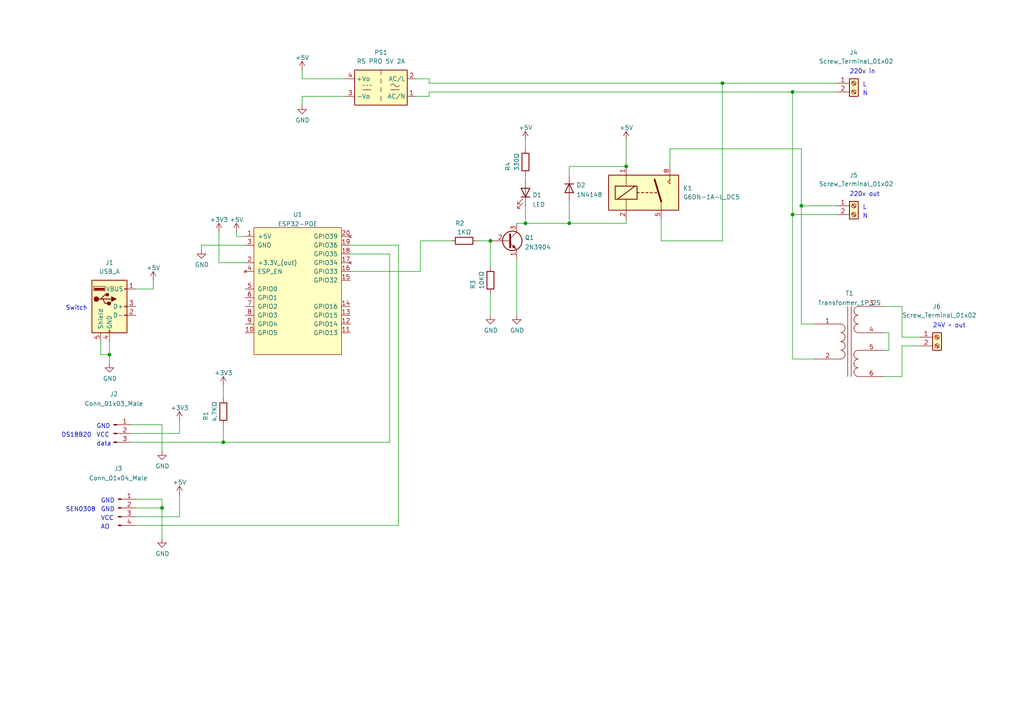
<source format=kicad_sch>
(kicad_sch (version 20211123) (generator eeschema)
  (paper "A4")
  (lib_symbols
    (symbol "Connector:Conn_01x03_Male" (pin_names (offset 1.016) hide)
      (property "Reference" "J" (at 0 5.08 0))
      (property "Value" "Conn_01x03_Male" (at 0 -5.08 0))
      (symbol "Conn_01x03_Male_1_1"
        (polyline (pts (xy 1.27 -2.54) (xy 0.8636 -2.54)) (stroke (width 0.1524)))
        (polyline (pts (xy 1.27 0) (xy 0.8636 0)) (stroke (width 0.1524)))
        (polyline (pts (xy 1.27 2.54) (xy 0.8636 2.54)) (stroke (width 0.1524)))
        (rectangle (start 0.8636 -2.413) (end 0 -2.667) (stroke (width 0.1524)) (fill (type outline)))
        (rectangle (start 0.8636 0.127) (end 0 -0.127) (stroke (width 0.1524)) (fill (type outline)))
        (rectangle (start 0.8636 2.667) (end 0 2.413) (stroke (width 0.1524)) (fill (type outline)))
        (pin passive line (at 5.08 2.54 180) (length 3.81) (name "Pin_1") (number "1"))
        (pin passive line (at 5.08 0 180) (length 3.81) (name "Pin_2") (number "2"))
        (pin passive line (at 5.08 -2.54 180) (length 3.81) (name "Pin_3") (number "3"))
      )
    )
    (symbol "Connector:Conn_01x04_Male" (pin_names (offset 1.016) hide)
      (property "Reference" "J" (at 0 5.08 0))
      (property "Value" "Conn_01x04_Male" (at 0 -7.62 0))
      (symbol "Conn_01x04_Male_1_1"
        (polyline (pts (xy 1.27 -5.08) (xy 0.8636 -5.08)) (stroke (width 0.1524)))
        (polyline (pts (xy 1.27 -2.54) (xy 0.8636 -2.54)) (stroke (width 0.1524)))
        (polyline (pts (xy 1.27 0) (xy 0.8636 0)) (stroke (width 0.1524)))
        (polyline (pts (xy 1.27 2.54) (xy 0.8636 2.54)) (stroke (width 0.1524)))
        (rectangle (start 0.8636 -4.953) (end 0 -5.207) (stroke (width 0.1524)) (fill (type outline)))
        (rectangle (start 0.8636 -2.413) (end 0 -2.667) (stroke (width 0.1524)) (fill (type outline)))
        (rectangle (start 0.8636 0.127) (end 0 -0.127) (stroke (width 0.1524)) (fill (type outline)))
        (rectangle (start 0.8636 2.667) (end 0 2.413) (stroke (width 0.1524)) (fill (type outline)))
        (pin passive line (at 5.08 2.54 180) (length 3.81) (name "Pin_1") (number "1"))
        (pin passive line (at 5.08 0 180) (length 3.81) (name "Pin_2") (number "2"))
        (pin passive line (at 5.08 -2.54 180) (length 3.81) (name "Pin_3") (number "3"))
        (pin passive line (at 5.08 -5.08 180) (length 3.81) (name "Pin_4") (number "4"))
      )
    )
    (symbol "Connector:Screw_Terminal_01x02" (pin_names (offset 1.016) hide)
      (property "Reference" "J" (at 0 2.54 0))
      (property "Value" "Screw_Terminal_01x02" (at 0 -5.08 0))
      (symbol "Screw_Terminal_01x02_1_1"
        (rectangle (start -1.27 1.27) (end 1.27 -3.81) (stroke (width 0.254)) (fill (type background)))
        (circle (center 0 -2.54) (radius 0.635) (stroke (width 0.1524)))
        (polyline (pts (xy -0.5334 -2.2098) (xy 0.3302 -3.048)) (stroke (width 0.1524)))
        (polyline (pts (xy -0.5334 0.3302) (xy 0.3302 -0.508)) (stroke (width 0.1524)))
        (polyline (pts (xy -0.3556 -2.032) (xy 0.508 -2.8702)) (stroke (width 0.1524)))
        (polyline (pts (xy -0.3556 0.508) (xy 0.508 -0.3302)) (stroke (width 0.1524)))
        (circle (center 0 0) (radius 0.635) (stroke (width 0.1524)))
        (pin passive line (at -5.08 0 0) (length 3.81) (name "Pin_1") (number "1"))
        (pin passive line (at -5.08 -2.54 0) (length 3.81) (name "Pin_2") (number "2"))
      )
    )
    (symbol "Connector:USB_A" (pin_names (offset 1.016))
      (property "Reference" "J" (at -5.08 11.43 0))
      (property "Value" "USB_A" (at -5.08 8.89 0))
      (symbol "USB_A_0_1"
        (rectangle (start -5.08 -7.62) (end 5.08 7.62) (stroke (width 0.254)) (fill (type background)))
        (circle (center -3.81 2.159) (radius 0.635) (stroke (width 0.254)) (fill (type outline)))
        (rectangle (start -1.524 4.826) (end -4.318 5.334) (fill (type outline)))
        (rectangle (start -1.27 4.572) (end -4.572 5.842))
        (circle (center -0.635 3.429) (radius 0.381) (stroke (width 0.254)) (fill (type outline)))
        (rectangle (start -0.127 -7.62) (end 0.127 -6.858))
        (polyline (pts (xy -3.175 2.159) (xy -2.54 2.159) (xy -1.27 3.429) (xy -0.635 3.429)) (stroke (width 0.254)))
        (polyline (pts (xy -2.54 2.159) (xy -1.905 2.159) (xy -1.27 0.889) (xy 0 0.889)) (stroke (width 0.254)))
        (polyline (pts (xy 0.635 2.794) (xy 0.635 1.524) (xy 1.905 2.159) (xy 0.635 2.794)) (stroke (width 0.254)) (fill (type outline)))
        (rectangle (start 0.254 1.27) (end -0.508 0.508) (stroke (width 0.254)) (fill (type outline)))
        (rectangle (start 5.08 -2.667) (end 4.318 -2.413))
        (rectangle (start 5.08 -0.127) (end 4.318 0.127))
        (rectangle (start 5.08 4.953) (end 4.318 5.207))
      )
      (symbol "USB_A_1_1"
        (polyline (pts (xy -1.905 2.159) (xy 0.635 2.159)) (stroke (width 0.254)))
        (pin power_in line (at 7.62 5.08 180) (length 2.54) (name "VBUS") (number "1"))
        (pin bidirectional line (at 7.62 -2.54 180) (length 2.54) (name "D-") (number "2"))
        (pin bidirectional line (at 7.62 0 180) (length 2.54) (name "D+") (number "3"))
        (pin power_in line (at 0 -10.16 90) (length 2.54) (name "GND") (number "4"))
        (pin passive line (at -2.54 -10.16 90) (length 2.54) (name "Shield") (number "5"))
      )
    )
    (symbol "Converter_ACDC:IRM-10-5"
      (property "Reference" "PS" (at 0 6.35 0))
      (property "Value" "IRM-10-5" (at 0 -6.35 0))
      (symbol "IRM-10-5_0_1"
        (rectangle (start -7.62 5.08) (end 7.62 -5.08) (stroke (width 0.254)) (fill (type background)))
        (arc (start -5.334 0.635) (mid -4.699 0.2495) (end -4.064 0.635))
        (arc (start -2.794 0.635) (mid -3.429 1.0072) (end -4.064 0.635))
        (polyline (pts (xy -5.334 -0.635) (xy -2.794 -0.635)))
        (polyline (pts (xy 0 -2.54) (xy 0 -3.81)))
        (polyline (pts (xy 0 0) (xy 0 -1.27)))
        (polyline (pts (xy 0 2.54) (xy 0 1.27)))
        (polyline (pts (xy 0 5.08) (xy 0 3.81)))
        (polyline (pts (xy 2.794 -0.635) (xy 5.334 -0.635)))
        (polyline (pts (xy 2.794 0.635) (xy 3.302 0.635)))
        (polyline (pts (xy 3.81 0.635) (xy 4.318 0.635)))
        (polyline (pts (xy 4.826 0.635) (xy 5.334 0.635)))
      )
      (symbol "IRM-10-5_1_1"
        (pin power_in line (at -10.16 -2.54 0) (length 2.54) (name "AC/N") (number "1"))
        (pin power_in line (at -10.16 2.54 0) (length 2.54) (name "AC/L") (number "2"))
        (pin power_out line (at 10.16 -2.54 180) (length 2.54) (name "-Vo") (number "3"))
        (pin power_out line (at 10.16 2.54 180) (length 2.54) (name "+Vo") (number "4"))
      )
    )
    (symbol "Device:LED" (pin_numbers hide) (pin_names (offset 1.016) hide)
      (property "Reference" "D" (at 0 2.54 0))
      (property "Value" "LED" (at 0 -2.54 0))
      (symbol "LED_0_1"
        (polyline (pts (xy -1.27 -1.27) (xy -1.27 1.27)) (stroke (width 0.254)))
        (polyline (pts (xy -1.27 0) (xy 1.27 0)))
        (polyline (pts (xy 1.27 -1.27) (xy 1.27 1.27) (xy -1.27 0) (xy 1.27 -1.27)) (stroke (width 0.254)))
        (polyline (pts (xy -3.048 -0.762) (xy -4.572 -2.286) (xy -3.81 -2.286) (xy -4.572 -2.286) (xy -4.572 -1.524)))
        (polyline (pts (xy -1.778 -0.762) (xy -3.302 -2.286) (xy -2.54 -2.286) (xy -3.302 -2.286) (xy -3.302 -1.524)))
      )
      (symbol "LED_1_1"
        (pin passive line (at -3.81 0 0) (length 2.54) (name "K") (number "1"))
        (pin passive line (at 3.81 0 180) (length 2.54) (name "A") (number "2"))
      )
    )
    (symbol "Device:R" (pin_numbers hide) (pin_names (offset 0))
      (property "Reference" "R" (at 2.032 0 90))
      (property "Value" "R" (at 0 0 90))
      (symbol "R_0_1"
        (rectangle (start -1.016 -2.54) (end 1.016 2.54) (stroke (width 0.254)))
      )
      (symbol "R_1_1"
        (pin passive line (at 0 3.81 270) (length 1.27) (name "~") (number "1"))
        (pin passive line (at 0 -3.81 90) (length 1.27) (name "~") (number "2"))
      )
    )
    (symbol "Device:Transformer_1P_2S" (pin_names (offset 1.016) hide)
      (property "Reference" "T" (at 0 12.7 0))
      (property "Value" "Transformer_1P_2S" (at 0 -12.7 0))
      (symbol "Transformer_1P_2S_0_1"
        (arc (start -2.54 -5.0546) (mid -1.6561 -4.6863) (end -1.27 -3.81))
        (arc (start -2.54 -2.5146) (mid -1.6561 -2.1463) (end -1.27 -1.27))
        (arc (start -2.54 0.0254) (mid -1.6561 0.3937) (end -1.27 1.27))
        (arc (start -2.54 2.5654) (mid -1.6561 2.9337) (end -1.27 3.81))
        (arc (start -1.27 -3.81) (mid -1.642 -2.912) (end -2.54 -2.54))
        (arc (start -1.27 -1.27) (mid -1.642 -0.372) (end -2.54 0))
        (arc (start -1.27 1.27) (mid -1.642 2.168) (end -2.54 2.54))
        (arc (start -1.27 3.81) (mid -1.642 4.708) (end -2.54 5.08))
        (polyline (pts (xy -0.508 -10.16) (xy -0.508 10.16)))
        (polyline (pts (xy 0.508 10.16) (xy 0.508 -10.16)))
        (arc (start 1.2954 -8.89) (mid 1.6599 -9.7701) (end 2.54 -10.1346))
        (arc (start 1.2954 -6.35) (mid 1.6599 -7.2301) (end 2.54 -7.5946))
        (arc (start 1.2954 -3.81) (mid 1.6599 -4.6901) (end 2.54 -5.0546))
        (arc (start 1.2954 3.81) (mid 1.6599 2.9299) (end 2.54 2.5654))
        (arc (start 1.2954 6.35) (mid 1.6599 5.4699) (end 2.54 5.1054))
        (arc (start 1.2954 8.89) (mid 1.6599 8.0099) (end 2.54 7.6454))
        (arc (start 2.54 -7.62) (mid 1.6456 -7.9883) (end 1.2954 -8.89))
        (arc (start 2.54 -5.08) (mid 1.6456 -5.4483) (end 1.2954 -6.35))
        (arc (start 2.54 -2.54) (mid 1.6456 -2.9083) (end 1.2954 -3.81))
        (arc (start 2.54 5.08) (mid 1.6456 4.7117) (end 1.2954 3.81))
        (arc (start 2.54 7.62) (mid 1.6456 7.2517) (end 1.2954 6.35))
        (arc (start 2.54 10.16) (mid 1.6456 9.7917) (end 1.2954 8.89))
      )
      (symbol "Transformer_1P_2S_1_1"
        (pin passive line (at -10.16 5.08 0) (length 7.62) (name "AA") (number "1"))
        (pin passive line (at -10.16 -5.08 0) (length 7.62) (name "AB") (number "2"))
        (pin passive line (at 10.16 10.16 180) (length 7.62) (name "SA") (number "3"))
        (pin passive line (at 10.16 2.54 180) (length 7.62) (name "SB") (number "4"))
        (pin passive line (at 10.16 -2.54 180) (length 7.62) (name "SC") (number "5"))
        (pin passive line (at 10.16 -10.16 180) (length 7.62) (name "SD") (number "6"))
      )
    )
    (symbol "Diode:1N4148" (pin_numbers hide) (pin_names (offset 1.016) hide)
      (property "Reference" "D" (at 0 2.54 0))
      (property "Value" "1N4148" (at 0 -2.54 0))
      (symbol "1N4148_0_1"
        (polyline (pts (xy -1.27 1.27) (xy -1.27 -1.27)) (stroke (width 0.254)))
        (polyline (pts (xy 1.27 0) (xy -1.27 0)))
        (polyline (pts (xy 1.27 1.27) (xy 1.27 -1.27) (xy -1.27 0) (xy 1.27 1.27)) (stroke (width 0.254)))
      )
      (symbol "1N4148_1_1"
        (pin passive line (at -3.81 0 0) (length 2.54) (name "K") (number "1"))
        (pin passive line (at 3.81 0 180) (length 2.54) (name "A") (number "2"))
      )
    )
    (symbol "Transistor_BJT:2N3904" (pin_names (offset 0) hide)
      (property "Reference" "Q" (at 5.08 1.905 0))
      (property "Value" "2N3904" (at 5.08 0 0))
      (symbol "2N3904_0_1"
        (polyline (pts (xy 0.635 0.635) (xy 2.54 2.54)))
        (polyline (pts (xy 0.635 -0.635) (xy 2.54 -2.54) (xy 2.54 -2.54)))
        (polyline (pts (xy 0.635 1.905) (xy 0.635 -1.905) (xy 0.635 -1.905)) (stroke (width 0.508)))
        (polyline (pts (xy 1.27 -1.778) (xy 1.778 -1.27) (xy 2.286 -2.286) (xy 1.27 -1.778) (xy 1.27 -1.778)) (fill (type outline)))
        (circle (center 1.27 0) (radius 2.8194) (stroke (width 0.254)))
      )
      (symbol "2N3904_1_1"
        (pin passive line (at 2.54 -5.08 90) (length 2.54) (name "E") (number "1"))
        (pin passive line (at -5.08 0 0) (length 5.715) (name "B") (number "2"))
        (pin passive line (at 2.54 5.08 270) (length 2.54) (name "C") (number "3"))
      )
    )
    (symbol "mylife-symbols:ESP32-POE-ISO" (pin_names (offset 1.016))
      (property "Reference" "U" (at 0 21.59 0))
      (property "Value" "ESP32-POE-ISO" (at 0 19.05 0))
      (symbol "ESP32-POE-ISO_0_1"
        (rectangle (start -12.7 17.78) (end 12.7 -19.05) (fill (type background)))
      )
      (symbol "ESP32-POE-ISO_1_1"
        (pin power_in line (at -15.24 15.24 0) (length 2.54) (name "+5V") (number "1"))
        (pin bidirectional line (at -15.24 -12.7 0) (length 2.54) (name "GPIO5") (number "10"))
        (pin bidirectional line (at 15.24 -12.7 180) (length 2.54) (name "GPIO13") (number "11"))
        (pin bidirectional line (at 15.24 -10.16 180) (length 2.54) (name "GPIO14") (number "12"))
        (pin bidirectional line (at 15.24 -7.62 180) (length 2.54) (name "GPIO15") (number "13"))
        (pin bidirectional line (at 15.24 -5.08 180) (length 2.54) (name "GPIO16") (number "14"))
        (pin bidirectional line (at 15.24 2.54 180) (length 2.54) (name "GPIO32") (number "15"))
        (pin bidirectional line (at 15.24 5.08 180) (length 2.54) (name "GPIO33") (number "16"))
        (pin no_connect line (at 15.24 7.62 180) (length 2.54) (name "GPIO34") (number "17"))
        (pin bidirectional line (at 15.24 10.16 180) (length 2.54) (name "GPIO35") (number "18"))
        (pin bidirectional line (at 15.24 12.7 180) (length 2.54) (name "GPIO36") (number "19"))
        (pin power_out line (at -15.24 7.62 0) (length 2.54) (name "+3.3V_(out)") (number "2"))
        (pin no_connect line (at 15.24 15.24 180) (length 2.54) (name "GPIO39") (number "20"))
        (pin power_in line (at -15.24 12.7 0) (length 2.54) (name "GND") (number "3"))
        (pin no_connect line (at -15.24 5.08 0) (length 2.54) (name "ESP_EN") (number "4"))
        (pin bidirectional line (at -15.24 0 0) (length 2.54) (name "GPIO0") (number "5"))
        (pin bidirectional line (at -15.24 -2.54 0) (length 2.54) (name "GPIO1") (number "6"))
        (pin bidirectional line (at -15.24 -5.08 0) (length 2.54) (name "GPIO2") (number "7"))
        (pin bidirectional line (at -15.24 -7.62 0) (length 2.54) (name "GPIO3") (number "8"))
        (pin bidirectional line (at -15.24 -10.16 0) (length 2.54) (name "GPIO4") (number "9"))
      )
    )
    (symbol "mylife-symbols:G6DN-1A-L_DC5"
      (property "Reference" "K" (at 11.43 3.81 0))
      (property "Value" "G6DN-1A-L_DC5" (at 11.43 1.27 0))
      (symbol "G6DN-1A-L_DC5_0_0"
        (polyline (pts (xy 7.62 5.08) (xy 7.62 2.54) (xy 6.985 3.175) (xy 7.62 3.81)))
      )
      (symbol "G6DN-1A-L_DC5_0_1"
        (rectangle (start -10.16 5.08) (end 10.16 -5.08) (stroke (width 0.254)) (fill (type background)))
        (rectangle (start -8.255 1.905) (end -1.905 -1.905) (stroke (width 0.254)))
        (polyline (pts (xy -7.62 -1.905) (xy -2.54 1.905)) (stroke (width 0.254)))
        (polyline (pts (xy -5.08 -5.08) (xy -5.08 -1.905)))
        (polyline (pts (xy -5.08 5.08) (xy -5.08 1.905)))
        (polyline (pts (xy -1.905 0) (xy -1.27 0)) (stroke (width 0.254)))
        (polyline (pts (xy -0.635 0) (xy 0 0)) (stroke (width 0.254)))
        (polyline (pts (xy 0.635 0) (xy 1.27 0)) (stroke (width 0.254)))
        (polyline (pts (xy 1.905 0) (xy 2.54 0)) (stroke (width 0.254)))
        (polyline (pts (xy 3.175 0) (xy 3.81 0)) (stroke (width 0.254)))
        (polyline (pts (xy 5.08 -2.54) (xy 3.175 3.81)) (stroke (width 0.508)))
        (polyline (pts (xy 5.08 -2.54) (xy 5.08 -5.08)))
      )
      (symbol "G6DN-1A-L_DC5_1_1"
        (pin passive line (at -5.08 7.62 270) (length 2.54) (name "~") (number "1"))
        (pin passive line (at -5.08 -7.62 90) (length 2.54) (name "~") (number "2"))
        (pin passive line (at 5.08 -7.62 90) (length 2.54) (name "~") (number "5"))
        (pin passive line (at 7.62 7.62 270) (length 2.54) (name "~") (number "8"))
      )
    )
    (symbol "power:+3.3V" (power) (pin_names (offset 0))
      (property "Value" "+3.3V" (at 0 3.556 0))
      (symbol "+3.3V_0_1"
        (polyline (pts (xy -0.762 1.27) (xy 0 2.54)))
        (polyline (pts (xy 0 0) (xy 0 2.54)))
        (polyline (pts (xy 0 2.54) (xy 0.762 1.27)))
      )
      (symbol "+3.3V_1_1"
        (pin power_in line (at 0 0 90) (length 0) hide (name "+3V3") (number "1"))
      )
    )
    (symbol "power:+5V" (power) (pin_names (offset 0))
      (property "Value" "+5V" (at 0 3.556 0))
      (symbol "+5V_0_1"
        (polyline (pts (xy -0.762 1.27) (xy 0 2.54)))
        (polyline (pts (xy 0 0) (xy 0 2.54)))
        (polyline (pts (xy 0 2.54) (xy 0.762 1.27)))
      )
      (symbol "+5V_1_1"
        (pin power_in line (at 0 0 90) (length 0) hide (name "+5V") (number "1"))
      )
    )
    (symbol "power:GND" (power) (pin_names (offset 0))
      (property "Value" "GND" (at 0 -3.81 0))
      (symbol "GND_0_1"
        (polyline (pts (xy 0 0) (xy 0 -1.27) (xy 1.27 -1.27) (xy 0 -2.54) (xy -1.27 -1.27) (xy 0 -1.27)))
      )
      (symbol "GND_1_1"
        (pin power_in line (at 0 0 270) (length 0) hide (name "GND") (number "1"))
      )
    )
  )
  (junction (at 64.77 128.27))
  (junction (at 46.99 147.32))
  (junction (at 209.55 24.13))
  (junction (at 181.61 48.26))
  (junction (at 152.4 64.77))
  (junction (at 229.87 26.67))
  (junction (at 232.41 59.69))
  (junction (at 229.87 62.23))
  (junction (at 142.24 69.85))
  (junction (at 165.1 64.77))
  (junction (at 31.75 102.87))
  (wire (pts (xy 236.22 93.98) (xy 232.41 93.98)))
  (wire (pts (xy 242.57 24.13) (xy 209.55 24.13)))
  (wire (pts (xy 64.77 123.19) (xy 64.77 128.27)))
  (wire (pts (xy 38.1 125.73) (xy 52.07 125.73)))
  (wire (pts (xy 142.24 85.09) (xy 142.24 91.44)))
  (wire (pts (xy 229.87 62.23) (xy 229.87 26.67)))
  (wire (pts (xy 113.03 128.27) (xy 64.77 128.27)))
  (wire (pts (xy 229.87 26.67) (xy 242.57 26.67)))
  (wire (pts (xy 39.37 83.82) (xy 44.45 83.82)))
  (wire (pts (xy 39.37 149.86) (xy 52.07 149.86)))
  (wire (pts (xy 194.31 43.18) (xy 194.31 48.26)))
  (wire (pts (xy 31.75 99.06) (xy 31.75 102.87)))
  (wire (pts (xy 124.46 27.94) (xy 124.46 26.67)))
  (wire (pts (xy 63.5 76.2) (xy 71.12 76.2)))
  (wire (pts (xy 58.42 71.12) (xy 58.42 72.39)))
  (wire (pts (xy 87.63 27.94) (xy 87.63 30.48)))
  (wire (pts (xy 236.22 104.14) (xy 229.87 104.14)))
  (wire (pts (xy 39.37 152.4) (xy 115.57 152.4)))
  (wire (pts (xy 194.31 43.18) (xy 232.41 43.18)))
  (wire (pts (xy 191.77 69.85) (xy 191.77 63.5)))
  (wire (pts (xy 64.77 111.76) (xy 64.77 115.57)))
  (wire (pts (xy 152.4 64.77) (xy 149.86 64.77)))
  (wire (pts (xy 149.86 74.93) (xy 149.86 91.44)))
  (wire (pts (xy 46.99 123.19) (xy 46.99 130.81)))
  (wire (pts (xy 257.81 96.52) (xy 257.81 101.6)))
  (wire (pts (xy 31.75 102.87) (xy 31.75 105.41)))
  (wire (pts (xy 152.4 50.8) (xy 152.4 52.07)))
  (wire (pts (xy 52.07 143.51) (xy 52.07 149.86)))
  (wire (pts (xy 181.61 40.64) (xy 181.61 48.26)))
  (wire (pts (xy 165.1 58.42) (xy 165.1 64.77)))
  (wire (pts (xy 44.45 83.82) (xy 44.45 81.28)))
  (wire (pts (xy 165.1 48.26) (xy 181.61 48.26)))
  (wire (pts (xy 120.65 22.86) (xy 124.46 22.86)))
  (wire (pts (xy 256.54 109.22) (xy 261.62 109.22)))
  (wire (pts (xy 261.62 109.22) (xy 261.62 100.33)))
  (wire (pts (xy 115.57 152.4) (xy 115.57 71.12)))
  (wire (pts (xy 71.12 71.12) (xy 58.42 71.12)))
  (wire (pts (xy 257.81 101.6) (xy 256.54 101.6)))
  (wire (pts (xy 261.62 100.33) (xy 266.7 100.33)))
  (wire (pts (xy 38.1 123.19) (xy 46.99 123.19)))
  (wire (pts (xy 165.1 64.77) (xy 152.4 64.77)))
  (wire (pts (xy 64.77 128.27) (xy 38.1 128.27)))
  (wire (pts (xy 120.65 27.94) (xy 124.46 27.94)))
  (wire (pts (xy 101.6 73.66) (xy 113.03 73.66)))
  (wire (pts (xy 130.81 69.85) (xy 121.92 69.85)))
  (wire (pts (xy 232.41 93.98) (xy 232.41 59.69)))
  (wire (pts (xy 121.92 69.85) (xy 121.92 78.74)))
  (wire (pts (xy 39.37 147.32) (xy 46.99 147.32)))
  (wire (pts (xy 68.58 68.58) (xy 68.58 67.31)))
  (wire (pts (xy 209.55 24.13) (xy 209.55 69.85)))
  (wire (pts (xy 232.41 43.18) (xy 232.41 59.69)))
  (wire (pts (xy 261.62 97.79) (xy 266.7 97.79)))
  (wire (pts (xy 100.33 22.86) (xy 87.63 22.86)))
  (wire (pts (xy 63.5 67.31) (xy 63.5 76.2)))
  (wire (pts (xy 29.21 99.06) (xy 29.21 102.87)))
  (wire (pts (xy 181.61 63.5) (xy 181.61 64.77)))
  (wire (pts (xy 256.54 88.9) (xy 261.62 88.9)))
  (wire (pts (xy 256.54 96.52) (xy 257.81 96.52)))
  (wire (pts (xy 124.46 22.86) (xy 124.46 24.13)))
  (wire (pts (xy 39.37 144.78) (xy 46.99 144.78)))
  (wire (pts (xy 261.62 88.9) (xy 261.62 97.79)))
  (wire (pts (xy 232.41 59.69) (xy 242.57 59.69)))
  (wire (pts (xy 165.1 64.77) (xy 181.61 64.77)))
  (wire (pts (xy 115.57 71.12) (xy 101.6 71.12)))
  (wire (pts (xy 138.43 69.85) (xy 142.24 69.85)))
  (wire (pts (xy 113.03 73.66) (xy 113.03 128.27)))
  (wire (pts (xy 46.99 144.78) (xy 46.99 147.32)))
  (wire (pts (xy 124.46 26.67) (xy 229.87 26.67)))
  (wire (pts (xy 229.87 104.14) (xy 229.87 62.23)))
  (wire (pts (xy 165.1 50.8) (xy 165.1 48.26)))
  (wire (pts (xy 71.12 68.58) (xy 68.58 68.58)))
  (wire (pts (xy 52.07 121.92) (xy 52.07 125.73)))
  (wire (pts (xy 101.6 78.74) (xy 121.92 78.74)))
  (wire (pts (xy 152.4 59.69) (xy 152.4 64.77)))
  (wire (pts (xy 191.77 69.85) (xy 209.55 69.85)))
  (wire (pts (xy 142.24 69.85) (xy 142.24 77.47)))
  (wire (pts (xy 124.46 24.13) (xy 209.55 24.13)))
  (wire (pts (xy 152.4 40.64) (xy 152.4 43.18)))
  (wire (pts (xy 46.99 147.32) (xy 46.99 156.21)))
  (wire (pts (xy 87.63 22.86) (xy 87.63 20.32)))
  (wire (pts (xy 29.21 102.87) (xy 31.75 102.87)))
  (wire (pts (xy 242.57 62.23) (xy 229.87 62.23)))
  (wire (pts (xy 100.33 27.94) (xy 87.63 27.94)))
  (text "SEN0308" (at 19.05 148.59 0) (effects (font (size 1.27 1.27)) (justify left bottom)))
  (text "N" (at 250.19 63.5 0) (effects (font (size 1.27 1.27)) (justify left bottom)))
  (text "DS18B20" (at 17.78 127 0) (effects (font (size 1.27 1.27)) (justify left bottom)))
  (text "L" (at 250.19 25.4 0) (effects (font (size 1.27 1.27)) (justify left bottom)))
  (text "220v out" (at 246.38 57.15 0) (effects (font (size 1.27 1.27)) (justify left bottom)))
  (text "data" (at 27.94 129.54 0) (effects (font (size 1.27 1.27)) (justify left bottom)))
  (text "VCC" (at 29.21 151.13 0) (effects (font (size 1.27 1.27)) (justify left bottom)))
  (text "Switch" (at 19.05 90.17 0) (effects (font (size 1.27 1.27)) (justify left bottom)))
  (text "GND" (at 29.21 148.59 0) (effects (font (size 1.27 1.27)) (justify left bottom)))
  (text "220v in" (at 246.38 21.59 0) (effects (font (size 1.27 1.27)) (justify left bottom)))
  (text "24V ~ out" (at 270.51 95.25 0) (effects (font (size 1.27 1.27)) (justify left bottom)))
  (text "N" (at 250.19 27.94 0) (effects (font (size 1.27 1.27)) (justify left bottom)))
  (text "VCC" (at 27.94 127 0) (effects (font (size 1.27 1.27)) (justify left bottom)))
  (text "GND" (at 29.21 146.05 0) (effects (font (size 1.27 1.27)) (justify left bottom)))
  (text "AO" (at 29.21 153.67 0) (effects (font (size 1.27 1.27)) (justify left bottom)))
  (text "GND" (at 27.94 124.46 0) (effects (font (size 1.27 1.27)) (justify left bottom)))
  (text "L" (at 250.19 60.96 0) (effects (font (size 1.27 1.27)) (justify left bottom)))
  (symbol (lib_id "Connector:USB_A") (at 31.75 88.9 0) (unit 1)
    (property "Reference" "J1" (at 31.75 76.2 0))
    (property "Value" "USB_A" (at 31.75 78.74 0))
    (property "Footprint" "rs-online:875200010BLF" (effects hide))
    (property "Datasheet" "https://docs.rs-online.com/2587/0900766b813c3dce.pdf" (effects hide))
  )
  (symbol (lib_id "Device:R") (at 142.24 81.28 0) (unit 1)
    (property "Reference" "R3" (at 137.16 82.55 90))
    (property "Value" "10KΩ" (at 139.7 81.28 90))
    (property "Footprint" "Resistor_SMD:R_0402_1005Metric" (effects hide))
    (property "Datasheet" "https://datasheet.lcsc.com/lcsc/2206010100_UNI-ROYAL-Uniroyal-Elec-0402WGF1002TCE_C25744.pdf" (effects hide))
    (property "LCSC" "C25744" (effects hide))
  )
  (symbol (lib_id "Connector:Conn_01x04_Male") (at 34.29 147.32 0) (unit 1)
    (property "Reference" "J3" (at 34.29 135.89 0))
    (property "Value" "Conn_01x04_Male" (at 34.29 138.6651 0))
    (property "Footprint" "Connector_PinHeader_2.54mm:PinHeader_1x04_P2.54mm_Vertical" (effects hide))
  )
  (symbol (lib_id "Converter_ACDC:IRM-10-5") (at 110.49 25.4 0) (mirror y) (unit 1)
    (property "Reference" "PS1" (at 110.49 15.24 0))
    (property "Value" "RS PRO 5V 2A" (at 110.49 17.78 0))
    (property "Footprint" "mylife-footprints:RS PRO 5V 2A" (effects hide))
    (property "Datasheet" "https://www.meanwell.com/Upload/PDF/IRM-10/IRM-10-SPEC.PDF" (effects hide))
  )
  (symbol (lib_id "power:+5V") (at 44.45 81.28 0) (unit 1)
    (property "Reference" "#PWR02" (effects hide))
    (property "Value" "+5V" (at 44.45 77.6755 0))
  )
  (symbol (lib_id "Transistor_BJT:2N3904") (at 147.32 69.85 0) (unit 1)
    (property "Reference" "Q1" (at 152.1714 68.9415 0) (effects (justify left)))
    (property "Value" "2N3904" (at 152.1714 71.7166 0) (effects (justify left)))
    (property "Footprint" "jlcpcb:SOT-23-3_L2.9-W1.3-P1.90-LS2.4-TR" (effects hide))
    (property "Datasheet" "https://datasheet.lcsc.com/lcsc/1806151220_KEC-Semicon-2N3904S-RTK-PS_C18536.pdf" (effects hide))
    (property "LCSC" "C18536" (effects hide))
  )
  (symbol (lib_id "power:GND") (at 46.99 156.21 0) (unit 1)
    (property "Reference" "#PWR04" (effects hide))
    (property "Value" "GND" (at 47.117 160.6042 0))
  )
  (symbol (lib_id "power:+3.3V") (at 63.5 67.31 0) (unit 1)
    (property "Reference" "#PWR08" (effects hide))
    (property "Value" "+3.3V" (at 63.5 63.7055 0))
  )
  (symbol (lib_id "Device:LED") (at 152.4 55.88 270) (mirror x) (unit 1)
    (property "Reference" "D1" (at 154.432 56.559 90) (effects (justify left)))
    (property "Value" "LED" (at 154.432 59.3341 90) (effects (justify left)))
    (property "Footprint" "Diode_SMD:D_0805_2012Metric" (effects hide))
    (property "Datasheet" "https://datasheet.lcsc.com/lcsc/1806151820_Hubei-KENTO-Elec-C2297_C2297.pdf" (effects hide))
    (property "LCSC" "C2297" (effects hide))
  )
  (symbol (lib_id "power:+5V") (at 181.61 40.64 0) (unit 1)
    (property "Reference" "#PWR016" (effects hide))
    (property "Value" "+5V" (at 181.61 37.0355 0))
  )
  (symbol (lib_id "power:GND") (at 31.75 105.41 0) (unit 1)
    (property "Reference" "#PWR01" (effects hide))
    (property "Value" "GND" (at 31.877 109.8042 0))
  )
  (symbol (lib_id "power:GND") (at 58.42 72.39 0) (unit 1)
    (property "Reference" "#PWR07" (effects hide))
    (property "Value" "GND" (at 58.547 76.7842 0))
  )
  (symbol (lib_id "Device:R") (at 134.62 69.85 270) (unit 1)
    (property "Reference" "R2" (at 133.35 64.77 90))
    (property "Value" "1KΩ" (at 134.62 67.31 90))
    (property "Footprint" "Resistor_SMD:R_0402_1005Metric" (effects hide))
    (property "Datasheet" "https://datasheet.lcsc.com/lcsc/2206010216_UNI-ROYAL-Uniroyal-Elec-0402WGF1001TCE_C11702.pdf" (effects hide))
    (property "LCSC" "C11702" (effects hide))
  )
  (symbol (lib_id "mylife-symbols:ESP32-POE-ISO") (at 86.36 83.82 0) (unit 1)
    (property "Reference" "U1" (at 86.36 62.2005 0))
    (property "Value" "ESP32-POE" (at 86.36 64.9756 0))
    (property "Footprint" "mylife-footprints:ESP32-POE" (effects hide))
    (property "Datasheet" "https://www.olimex.com/Products/IoT/ESP32/ESP32-POE/open-source-hardware" (effects hide))
  )
  (symbol (lib_id "power:GND") (at 87.63 30.48 0) (unit 1)
    (property "Reference" "#PWR012" (effects hide))
    (property "Value" "GND" (at 87.757 34.8742 0))
  )
  (symbol (lib_id "power:+5V") (at 152.4 40.64 0) (unit 1)
    (property "Reference" "#PWR015" (effects hide))
    (property "Value" "+5V" (at 152.4 37.0355 0))
  )
  (symbol (lib_id "Connector:Conn_01x03_Male") (at 33.02 125.73 0) (unit 1)
    (property "Reference" "J2" (at 33.02 114.3 0))
    (property "Value" "Conn_01x03_Male" (at 33.02 117.0751 0))
    (property "Footprint" "Connector_PinHeader_2.54mm:PinHeader_1x03_P2.54mm_Vertical" (effects hide))
  )
  (symbol (lib_id "power:GND") (at 46.99 130.81 0) (unit 1)
    (property "Reference" "#PWR03" (effects hide))
    (property "Value" "GND" (at 47.117 135.2042 0))
  )
  (symbol (lib_id "Device:Transformer_1P_2S") (at 246.38 99.06 0) (unit 1)
    (property "Reference" "T1" (at 246.38 85.0603 0))
    (property "Value" "Transformer_1P_2S" (at 246.38 87.8354 0))
    (property "Footprint" "rs-online:VCM36212" (effects hide))
    (property "Datasheet" "https://docs.rs-online.com/037c/0900766b8002d93c.pdf" (effects hide))
  )
  (symbol (lib_id "power:+3.3V") (at 52.07 121.92 0) (unit 1)
    (property "Reference" "#PWR05" (effects hide))
    (property "Value" "+3.3V" (at 52.07 118.3155 0))
  )
  (symbol (lib_id "power:+3.3V") (at 64.77 111.76 0) (unit 1)
    (property "Reference" "#PWR09" (effects hide))
    (property "Value" "+3.3V" (at 64.77 108.1555 0))
  )
  (symbol (lib_id "mylife-symbols:G6DN-1A-L_DC5") (at 186.69 55.88 0) (unit 1)
    (property "Reference" "K1" (at 198.12 54.6099 0) (effects (justify left)))
    (property "Value" "G6DN-1A-L_DC5" (at 198.12 57.1499 0) (effects (justify left)))
    (property "Footprint" "rs-online:G6DN-1A-L" (effects hide))
    (property "Datasheet" "https://www.omron.com/ecb/products/pdf/en-g6e.pdf" (effects hide))
  )
  (symbol (lib_id "power:+5V") (at 52.07 143.51 0) (unit 1)
    (property "Reference" "#PWR06" (effects hide))
    (property "Value" "+5V" (at 52.07 139.9055 0))
  )
  (symbol (lib_id "power:+5V") (at 87.63 20.32 0) (unit 1)
    (property "Reference" "#PWR011" (effects hide))
    (property "Value" "+5V" (at 87.63 16.7155 0))
  )
  (symbol (lib_id "Connector:Screw_Terminal_01x02") (at 271.78 97.79 0) (unit 1)
    (property "Reference" "J6" (at 270.51 88.9 0) (effects (justify left)))
    (property "Value" "Screw_Terminal_01x02" (at 261.62 91.44 0) (effects (justify left)))
    (property "Footprint" "TerminalBlock:TerminalBlock_bornier-2_P5.08mm" (effects hide))
  )
  (symbol (lib_id "Connector:Screw_Terminal_01x02") (at 247.65 24.13 0) (unit 1)
    (property "Reference" "J4" (at 246.38 15.24 0) (effects (justify left)))
    (property "Value" "Screw_Terminal_01x02" (at 237.49 17.78 0) (effects (justify left)))
    (property "Footprint" "TerminalBlock:TerminalBlock_bornier-2_P5.08mm" (effects hide))
  )
  (symbol (lib_id "Device:R") (at 152.4 46.99 0) (unit 1)
    (property "Reference" "R4" (at 147.32 48.26 90))
    (property "Value" "330Ω" (at 149.86 46.99 90))
    (property "Footprint" "Resistor_SMD:R_0402_1005Metric" (effects hide))
    (property "Datasheet" "https://datasheet.lcsc.com/lcsc/2205311900_UNI-ROYAL-Uniroyal-Elec-0402WGF3300TCE_C25104.pdf" (effects hide))
    (property "LCSC" "C25104" (effects hide))
  )
  (symbol (lib_id "power:GND") (at 149.86 91.44 0) (unit 1)
    (property "Reference" "#PWR014" (effects hide))
    (property "Value" "GND" (at 149.987 95.8342 0))
  )
  (symbol (lib_id "power:GND") (at 142.24 91.44 0) (unit 1)
    (property "Reference" "#PWR013" (effects hide))
    (property "Value" "GND" (at 142.367 95.8342 0))
  )
  (symbol (lib_id "power:+5V") (at 68.58 67.31 0) (unit 1)
    (property "Reference" "#PWR010" (effects hide))
    (property "Value" "+5V" (at 68.58 63.7055 0))
  )
  (symbol (lib_id "Device:R") (at 64.77 119.38 0) (unit 1)
    (property "Reference" "R1" (at 59.69 120.65 90))
    (property "Value" "4.7KΩ" (at 62.23 119.38 90))
    (property "Footprint" "Resistor_SMD:R_0402_1005Metric" (effects hide))
    (property "Datasheet" "https://datasheet.lcsc.com/lcsc/2206010045_UNI-ROYAL-Uniroyal-Elec-0402WGF4701TCE_C25900.pdf" (effects hide))
    (property "LCSC" "C25900" (effects hide))
  )
  (symbol (lib_id "Connector:Screw_Terminal_01x02") (at 247.65 59.69 0) (unit 1)
    (property "Reference" "J5" (at 246.38 50.8 0) (effects (justify left)))
    (property "Value" "Screw_Terminal_01x02" (at 237.49 53.34 0) (effects (justify left)))
    (property "Footprint" "TerminalBlock:TerminalBlock_bornier-2_P5.08mm" (effects hide))
  )
  (symbol (lib_id "Diode:1N4148") (at 165.1 54.61 270) (unit 1)
    (property "Reference" "D2" (at 167.132 53.7015 90) (effects (justify left)))
    (property "Value" "1N4148" (at 167.132 56.4766 90) (effects (justify left)))
    (property "Footprint" "Diode_SMD:D_SOD-123" (effects hide))
    (property "Datasheet" "https://datasheet.lcsc.com/lcsc/1811061725_ST-Semtech-1N4148W_C81598.pdf" (effects hide))
    (property "LCSC" "C81598" (effects hide))
  )
)
</source>
